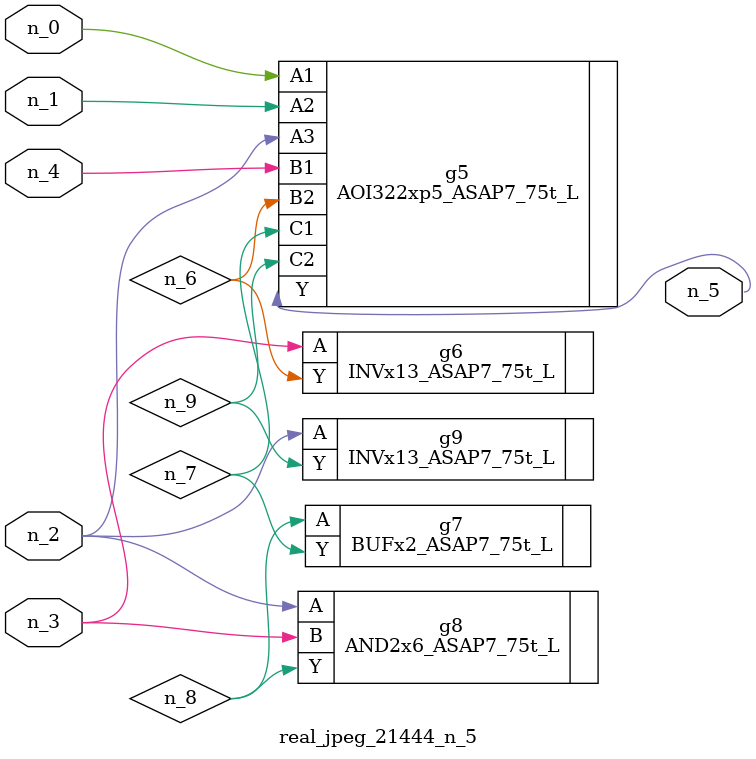
<source format=v>
module real_jpeg_21444_n_5 (n_4, n_0, n_1, n_2, n_3, n_5);

input n_4;
input n_0;
input n_1;
input n_2;
input n_3;

output n_5;

wire n_8;
wire n_6;
wire n_7;
wire n_9;

AOI322xp5_ASAP7_75t_L g5 ( 
.A1(n_0),
.A2(n_1),
.A3(n_2),
.B1(n_4),
.B2(n_6),
.C1(n_7),
.C2(n_9),
.Y(n_5)
);

AND2x6_ASAP7_75t_L g8 ( 
.A(n_2),
.B(n_3),
.Y(n_8)
);

INVx13_ASAP7_75t_L g9 ( 
.A(n_2),
.Y(n_9)
);

INVx13_ASAP7_75t_L g6 ( 
.A(n_3),
.Y(n_6)
);

BUFx2_ASAP7_75t_L g7 ( 
.A(n_8),
.Y(n_7)
);


endmodule
</source>
